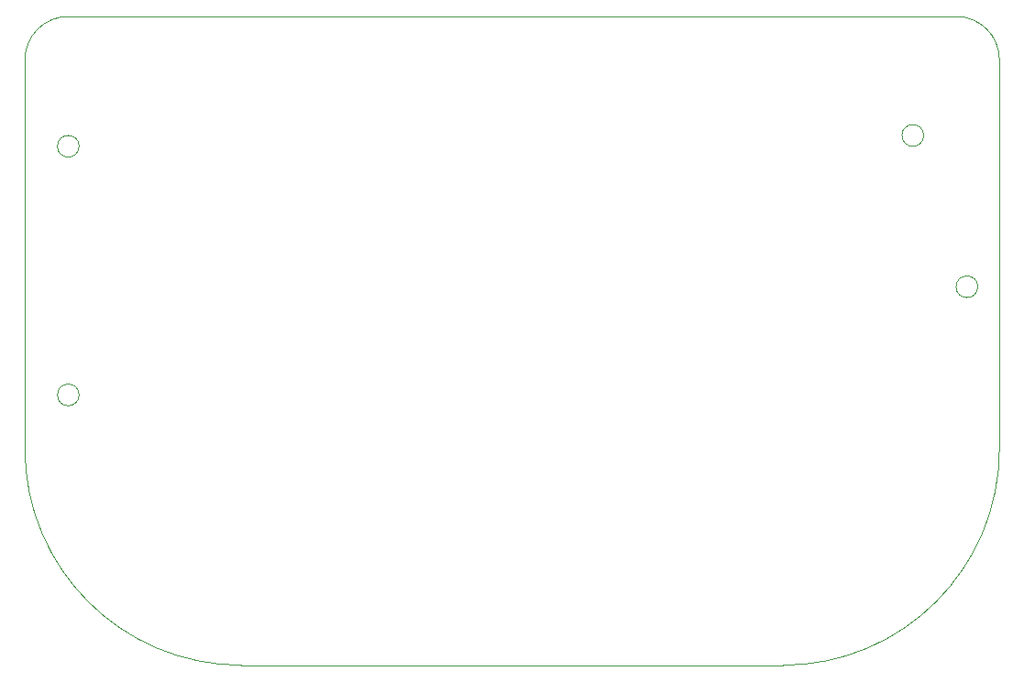
<source format=gbr>
%TF.GenerationSoftware,KiCad,Pcbnew,9.0.1*%
%TF.CreationDate,2025-04-06T10:41:45+02:00*%
%TF.ProjectId,RcSender,52635365-6e64-4657-922e-6b696361645f,rev?*%
%TF.SameCoordinates,Original*%
%TF.FileFunction,Profile,NP*%
%FSLAX46Y46*%
G04 Gerber Fmt 4.6, Leading zero omitted, Abs format (unit mm)*
G04 Created by KiCad (PCBNEW 9.0.1) date 2025-04-06 10:41:45*
%MOMM*%
%LPD*%
G01*
G04 APERTURE LIST*
%TA.AperFunction,Profile*%
%ADD10C,0.100000*%
%TD*%
G04 APERTURE END LIST*
D10*
X119150000Y-106765000D02*
G75*
G02*
X117150000Y-106765000I-1000000J0D01*
G01*
X117150000Y-106765000D02*
G75*
G02*
X119150000Y-106765000I1000000J0D01*
G01*
X121150000Y-121765000D02*
X121150000Y-85765000D01*
X121150000Y-121765000D02*
G75*
G02*
X101150000Y-141765000I-20000000J0D01*
G01*
X31150000Y-85765000D02*
G75*
G02*
X35150000Y-81765000I4000000J0D01*
G01*
X117150000Y-81765000D02*
G75*
G02*
X121150000Y-85765000I0J-4000000D01*
G01*
X51150000Y-141765000D02*
G75*
G02*
X31150000Y-121765000I0J20000000D01*
G01*
X35150000Y-81765000D02*
X117150000Y-81765000D01*
X114150000Y-92765000D02*
G75*
G02*
X112150000Y-92765000I-1000000J0D01*
G01*
X112150000Y-92765000D02*
G75*
G02*
X114150000Y-92765000I1000000J0D01*
G01*
X36150000Y-93765000D02*
G75*
G02*
X34150000Y-93765000I-1000000J0D01*
G01*
X34150000Y-93765000D02*
G75*
G02*
X36150000Y-93765000I1000000J0D01*
G01*
X36150000Y-116765000D02*
G75*
G02*
X34150000Y-116765000I-1000000J0D01*
G01*
X34150000Y-116765000D02*
G75*
G02*
X36150000Y-116765000I1000000J0D01*
G01*
X31150000Y-85765000D02*
X31150000Y-121765000D01*
X51150000Y-141765000D02*
X101150000Y-141765000D01*
M02*

</source>
